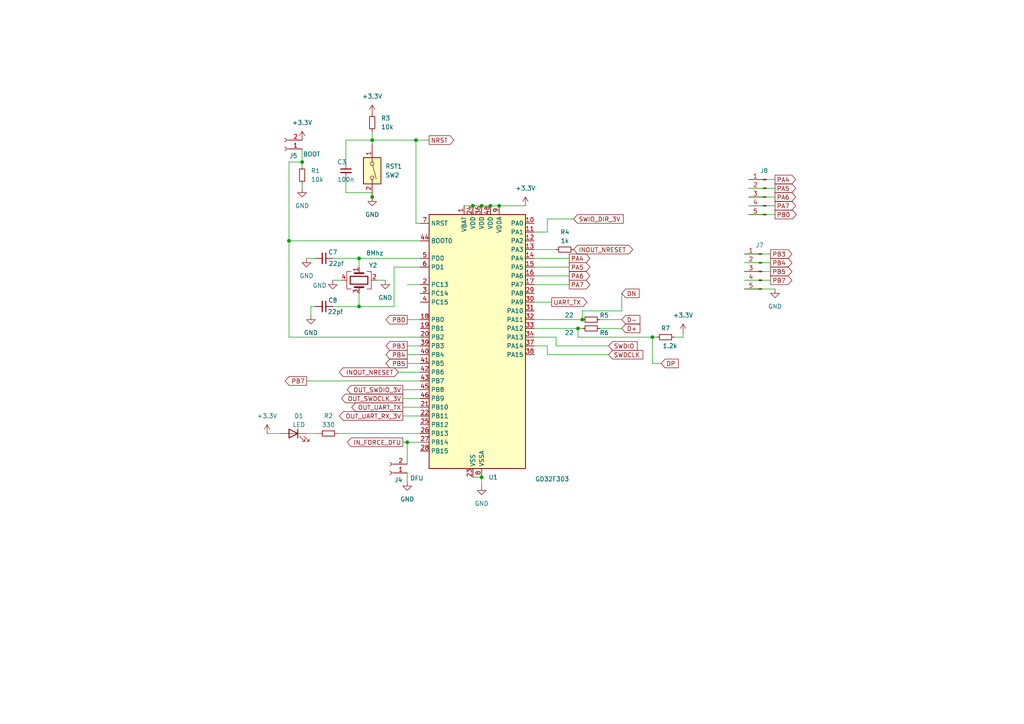
<source format=kicad_sch>
(kicad_sch (version 20231120) (generator "eeschema") (generator_version "8.0")
  (paper "A4")
  (title_block (title "GD32 5pin Level Shifter"))
  (lib_symbols
    (symbol "Connector:Conn_01x02_Socket" (pin_names (offset 1.016) hide)
      (property "Reference" "J" (at 0 2.54 0))
      (property "Value" "Conn_01x02_Socket" (at 0 -5.08 0))
      (symbol "Conn_01x02_Socket_1_1"
        (arc (start 0 -2.032) (mid -0.5058 -2.54) (end 0 -3.048) (stroke (width 0.1524)))
        (polyline (pts (xy -1.27 -2.54) (xy -0.508 -2.54)) (stroke (width 0.1524)))
        (polyline (pts (xy -1.27 0) (xy -0.508 0)) (stroke (width 0.1524)))
        (arc (start 0 0.508) (mid -0.5058 0) (end 0 -0.508) (stroke (width 0.1524)))
        (pin passive line (at -5.08 0 0) (length 3.81) (name "Pin_1") (number "1"))
        (pin passive line (at -5.08 -2.54 0) (length 3.81) (name "Pin_2") (number "2"))
      )
    )
    (symbol "Connector:Conn_01x05_Pin" (pin_names (offset 1.016) hide)
      (property "Reference" "J" (at 0 7.62 0))
      (property "Value" "Conn_01x05_Pin" (at 0 -7.62 0))
      (symbol "Conn_01x05_Pin_1_1"
        (polyline (pts (xy 1.27 -5.08) (xy 0.8636 -5.08)) (stroke (width 0.1524)))
        (polyline (pts (xy 1.27 -2.54) (xy 0.8636 -2.54)) (stroke (width 0.1524)))
        (polyline (pts (xy 1.27 0) (xy 0.8636 0)) (stroke (width 0.1524)))
        (polyline (pts (xy 1.27 2.54) (xy 0.8636 2.54)) (stroke (width 0.1524)))
        (polyline (pts (xy 1.27 5.08) (xy 0.8636 5.08)) (stroke (width 0.1524)))
        (rectangle (start 0.8636 -4.953) (end 0 -5.207) (stroke (width 0.1524)) (fill (type outline)))
        (rectangle (start 0.8636 -2.413) (end 0 -2.667) (stroke (width 0.1524)) (fill (type outline)))
        (rectangle (start 0.8636 0.127) (end 0 -0.127) (stroke (width 0.1524)) (fill (type outline)))
        (rectangle (start 0.8636 2.667) (end 0 2.413) (stroke (width 0.1524)) (fill (type outline)))
        (rectangle (start 0.8636 5.207) (end 0 4.953) (stroke (width 0.1524)) (fill (type outline)))
        (pin passive line (at 5.08 5.08 180) (length 3.81) (name "Pin_1") (number "1"))
        (pin passive line (at 5.08 2.54 180) (length 3.81) (name "Pin_2") (number "2"))
        (pin passive line (at 5.08 0 180) (length 3.81) (name "Pin_3") (number "3"))
        (pin passive line (at 5.08 -2.54 180) (length 3.81) (name "Pin_4") (number "4"))
        (pin passive line (at 5.08 -5.08 180) (length 3.81) (name "Pin_5") (number "5"))
      )
    )
    (symbol "Device:C_Small" (pin_numbers hide) (pin_names (offset 0.254) hide)
      (property "Reference" "C" (at 0.254 1.778 0))
      (property "Value" "C_Small" (at 0.254 -2.032 0))
      (symbol "C_Small_0_1"
        (polyline (pts (xy -1.524 -0.508) (xy 1.524 -0.508)) (stroke (width 0.3302)))
        (polyline (pts (xy -1.524 0.508) (xy 1.524 0.508)) (stroke (width 0.3048)))
      )
      (symbol "C_Small_1_1"
        (pin passive line (at 0 2.54 270) (length 2.032) (name "~") (number "1"))
        (pin passive line (at 0 -2.54 90) (length 2.032) (name "~") (number "2"))
      )
    )
    (symbol "Device:Crystal_GND24" (pin_names (offset 1.016) hide)
      (property "Reference" "Y" (at 3.175 5.08 0))
      (property "Value" "Crystal_GND24" (at 3.175 3.175 0))
      (symbol "Crystal_GND24_0_1"
        (rectangle (start -1.143 2.54) (end 1.143 -2.54) (stroke (width 0.3048)))
        (polyline (pts (xy -2.54 0) (xy -2.032 0)))
        (polyline (pts (xy -2.032 -1.27) (xy -2.032 1.27)) (stroke (width 0.508)))
        (polyline (pts (xy 0 -3.81) (xy 0 -3.556)))
        (polyline (pts (xy 0 3.556) (xy 0 3.81)))
        (polyline (pts (xy 2.032 -1.27) (xy 2.032 1.27)) (stroke (width 0.508)))
        (polyline (pts (xy 2.032 0) (xy 2.54 0)))
        (polyline (pts (xy -2.54 -2.286) (xy -2.54 -3.556) (xy 2.54 -3.556) (xy 2.54 -2.286)))
        (polyline (pts (xy -2.54 2.286) (xy -2.54 3.556) (xy 2.54 3.556) (xy 2.54 2.286)))
      )
      (symbol "Crystal_GND24_1_1"
        (pin passive line (at -3.81 0 0) (length 1.27) (name "1") (number "1"))
        (pin passive line (at 0 5.08 270) (length 1.27) (name "2") (number "2"))
        (pin passive line (at 3.81 0 180) (length 1.27) (name "3") (number "3"))
        (pin passive line (at 0 -5.08 90) (length 1.27) (name "4") (number "4"))
      )
    )
    (symbol "Device:LED" (pin_numbers hide) (pin_names (offset 1.016) hide)
      (property "Reference" "D" (at 0 2.54 0))
      (property "Value" "LED" (at 0 -2.54 0))
      (symbol "LED_0_1"
        (polyline (pts (xy -1.27 -1.27) (xy -1.27 1.27)) (stroke (width 0.254)))
        (polyline (pts (xy -1.27 0) (xy 1.27 0)))
        (polyline (pts (xy 1.27 -1.27) (xy 1.27 1.27) (xy -1.27 0) (xy 1.27 -1.27)) (stroke (width 0.254)))
        (polyline (pts (xy -3.048 -0.762) (xy -4.572 -2.286) (xy -3.81 -2.286) (xy -4.572 -2.286) (xy -4.572 -1.524)))
        (polyline (pts (xy -1.778 -0.762) (xy -3.302 -2.286) (xy -2.54 -2.286) (xy -3.302 -2.286) (xy -3.302 -1.524)))
      )
      (symbol "LED_1_1"
        (pin passive line (at -3.81 0 0) (length 2.54) (name "K") (number "1"))
        (pin passive line (at 3.81 0 180) (length 2.54) (name "A") (number "2"))
      )
    )
    (symbol "Device:R_Small" (pin_numbers hide) (pin_names (offset 0.254) hide)
      (property "Reference" "R" (at 0.762 0.508 0))
      (property "Value" "R_Small" (at 0.762 -1.016 0))
      (symbol "R_Small_0_1"
        (rectangle (start -0.762 1.778) (end 0.762 -1.778) (stroke (width 0.2032)))
      )
      (symbol "R_Small_1_1"
        (pin passive line (at 0 2.54 270) (length 0.762) (name "~") (number "1"))
        (pin passive line (at 0 -2.54 90) (length 0.762) (name "~") (number "2"))
      )
    )
    (symbol "MCU_ST_STM32F1:STM32F103CBTx"
      (property "Reference" "U" (at -12.7 39.37 0))
      (property "Value" "STM32F103CBTx" (at 10.16 39.37 0))
      (symbol "STM32F103CBTx_0_1"
        (rectangle (start -12.7 -35.56) (end 15.24 38.1) (stroke (width 0.254)) (fill (type background)))
      )
      (symbol "STM32F103CBTx_1_1"
        (pin power_in line (at -2.54 40.64 270) (length 2.54) (name "VBAT") (number "1"))
        (pin bidirectional line (at 17.78 35.56 180) (length 2.54) (name "PA0") (number "10"))
        (pin bidirectional line (at 17.78 33.02 180) (length 2.54) (name "PA1") (number "11"))
        (pin bidirectional line (at 17.78 30.48 180) (length 2.54) (name "PA2") (number "12"))
        (pin bidirectional line (at 17.78 27.94 180) (length 2.54) (name "PA3") (number "13"))
        (pin bidirectional line (at 17.78 25.4 180) (length 2.54) (name "PA4") (number "14"))
        (pin bidirectional line (at 17.78 22.86 180) (length 2.54) (name "PA5") (number "15"))
        (pin bidirectional line (at 17.78 20.32 180) (length 2.54) (name "PA6") (number "16"))
        (pin bidirectional line (at 17.78 17.78 180) (length 2.54) (name "PA7") (number "17"))
        (pin bidirectional line (at -15.24 7.62 0) (length 2.54) (name "PB0") (number "18"))
        (pin bidirectional line (at -15.24 5.08 0) (length 2.54) (name "PB1") (number "19"))
        (pin bidirectional line (at -15.24 17.78 0) (length 2.54) (name "PC13") (number "2"))
        (pin bidirectional line (at -15.24 2.54 0) (length 2.54) (name "PB2") (number "20"))
        (pin bidirectional line (at -15.24 -17.78 0) (length 2.54) (name "PB10") (number "21"))
        (pin bidirectional line (at -15.24 -20.32 0) (length 2.54) (name "PB11") (number "22"))
        (pin power_in line (at 0 -38.1 90) (length 2.54) (name "VSS") (number "23"))
        (pin power_in line (at 0 40.64 270) (length 2.54) (name "VDD") (number "24"))
        (pin bidirectional line (at -15.24 -22.86 0) (length 2.54) (name "PB12") (number "25"))
        (pin bidirectional line (at -15.24 -25.4 0) (length 2.54) (name "PB13") (number "26"))
        (pin bidirectional line (at -15.24 -27.94 0) (length 2.54) (name "PB14") (number "27"))
        (pin bidirectional line (at -15.24 -30.48 0) (length 2.54) (name "PB15") (number "28"))
        (pin bidirectional line (at 17.78 15.24 180) (length 2.54) (name "PA8") (number "29"))
        (pin bidirectional line (at -15.24 15.24 0) (length 2.54) (name "PC14") (number "3"))
        (pin bidirectional line (at 17.78 12.7 180) (length 2.54) (name "PA9") (number "30"))
        (pin bidirectional line (at 17.78 10.16 180) (length 2.54) (name "PA10") (number "31"))
        (pin bidirectional line (at 17.78 7.62 180) (length 2.54) (name "PA11") (number "32"))
        (pin bidirectional line (at 17.78 5.08 180) (length 2.54) (name "PA12") (number "33"))
        (pin bidirectional line (at 17.78 2.54 180) (length 2.54) (name "PA13") (number "34"))
        (pin passive line (at 0 -38.1 90) (length 2.54) hide (name "VSS") (number "35"))
        (pin power_in line (at 2.54 40.64 270) (length 2.54) (name "VDD") (number "36"))
        (pin bidirectional line (at 17.78 0 180) (length 2.54) (name "PA14") (number "37"))
        (pin bidirectional line (at 17.78 -2.54 180) (length 2.54) (name "PA15") (number "38"))
        (pin bidirectional line (at -15.24 0 0) (length 2.54) (name "PB3") (number "39"))
        (pin bidirectional line (at -15.24 12.7 0) (length 2.54) (name "PC15") (number "4"))
        (pin bidirectional line (at -15.24 -2.54 0) (length 2.54) (name "PB4") (number "40"))
        (pin bidirectional line (at -15.24 -5.08 0) (length 2.54) (name "PB5") (number "41"))
        (pin bidirectional line (at -15.24 -7.62 0) (length 2.54) (name "PB6") (number "42"))
        (pin bidirectional line (at -15.24 -10.16 0) (length 2.54) (name "PB7") (number "43"))
        (pin input line (at -15.24 30.48 0) (length 2.54) (name "BOOT0") (number "44"))
        (pin bidirectional line (at -15.24 -12.7 0) (length 2.54) (name "PB8") (number "45"))
        (pin bidirectional line (at -15.24 -15.24 0) (length 2.54) (name "PB9") (number "46"))
        (pin passive line (at 0 -38.1 90) (length 2.54) hide (name "VSS") (number "47"))
        (pin power_in line (at 5.08 40.64 270) (length 2.54) (name "VDD") (number "48"))
        (pin bidirectional line (at -15.24 25.4 0) (length 2.54) (name "PD0") (number "5"))
        (pin bidirectional line (at -15.24 22.86 0) (length 2.54) (name "PD1") (number "6"))
        (pin input line (at -15.24 35.56 0) (length 2.54) (name "NRST") (number "7"))
        (pin power_in line (at 2.54 -38.1 90) (length 2.54) (name "VSSA") (number "8"))
        (pin power_in line (at 7.62 40.64 270) (length 2.54) (name "VDDA") (number "9"))
      )
    )
    (symbol "Switch:SW_DIP_x01" (pin_names (offset 0) hide)
      (property "Reference" "SW" (at 0 3.81 0))
      (property "Value" "SW_DIP_x01" (at 0 -3.81 0))
      (symbol "SW_DIP_x01_0_0"
        (circle (center -2.032 0) (radius 0.508))
        (polyline (pts (xy -1.524 0.127) (xy 2.3622 1.1684)))
        (circle (center 2.032 0) (radius 0.508))
      )
      (symbol "SW_DIP_x01_0_1"
        (rectangle (start -3.81 2.54) (end 3.81 -2.54) (stroke (width 0.254)) (fill (type background)))
      )
      (symbol "SW_DIP_x01_1_1"
        (pin passive line (at -7.62 0 0) (length 5.08) (name "~") (number "1"))
        (pin passive line (at 7.62 0 180) (length 5.08) (name "~") (number "2"))
      )
    )
    (symbol "power:+3.3V" (power) (pin_names (offset 0))
      (property "Value" "+3.3V" (at 0 3.556 0))
      (symbol "+3.3V_0_1"
        (polyline (pts (xy -0.762 1.27) (xy 0 2.54)))
        (polyline (pts (xy 0 0) (xy 0 2.54)))
        (polyline (pts (xy 0 2.54) (xy 0.762 1.27)))
      )
      (symbol "+3.3V_1_1"
        (pin power_in line (at 0 0 90) (length 0) hide (name "+3.3V") (number "1"))
      )
    )
    (symbol "power:GND" (power) (pin_names (offset 0))
      (property "Value" "GND" (at 0 -3.81 0))
      (symbol "GND_0_1"
        (polyline (pts (xy 0 0) (xy 0 -1.27) (xy 1.27 -1.27) (xy 0 -2.54) (xy -1.27 -1.27) (xy 0 -1.27)))
      )
      (symbol "GND_1_1"
        (pin power_in line (at 0 0 270) (length 0) hide (name "GND") (number "1"))
      )
    )
  )
  (junction (at 142.24 59.69))
  (junction (at 107.95 40.64))
  (junction (at 107.95 57.15))
  (junction (at 167.64 95.25))
  (junction (at 168.91 92.71))
  (junction (at 118.11 128.27))
  (junction (at 120.65 40.64))
  (junction (at 189.23 97.79))
  (junction (at 87.63 46.99))
  (junction (at 104.14 88.9))
  (junction (at 144.78 59.69))
  (junction (at 139.7 59.69))
  (junction (at 137.16 59.69))
  (junction (at 104.14 74.93))
  (junction (at 83.82 69.85))
  (junction (at 139.7 138.43))
  (wire (pts (xy 107.95 55.88) (xy 107.95 57.15)))
  (wire (pts (xy 144.78 59.69) (xy 152.4 59.69)))
  (wire (pts (xy 88.9 74.93) (xy 91.44 74.93)))
  (wire (pts (xy 154.94 77.47) (xy 165.1 77.47)))
  (wire (pts (xy 104.14 85.09) (xy 104.14 88.9)))
  (wire (pts (xy 215.9 73.66) (xy 223.52 73.66)))
  (wire (pts (xy 139.7 59.69) (xy 142.24 59.69)))
  (wire (pts (xy 100.33 55.88) (xy 107.95 55.88)))
  (wire (pts (xy 167.64 95.25) (xy 168.91 95.25)))
  (wire (pts (xy 154.94 74.93) (xy 165.1 74.93)))
  (wire (pts (xy 116.84 120.65) (xy 121.92 120.65)))
  (wire (pts (xy 83.82 46.99) (xy 83.82 69.85)))
  (wire (pts (xy 217.17 59.69) (xy 224.79 59.69)))
  (wire (pts (xy 154.94 100.33) (xy 158.75 100.33)))
  (wire (pts (xy 109.22 81.28) (xy 111.76 81.28)))
  (wire (pts (xy 118.11 105.41) (xy 121.92 105.41)))
  (wire (pts (xy 116.84 128.27) (xy 118.11 128.27)))
  (wire (pts (xy 114.3 88.9) (xy 114.3 77.47)))
  (wire (pts (xy 161.29 97.79) (xy 161.29 100.33)))
  (wire (pts (xy 137.16 59.69) (xy 139.7 59.69)))
  (wire (pts (xy 96.52 74.93) (xy 104.14 74.93)))
  (wire (pts (xy 180.34 90.17) (xy 180.34 85.09)))
  (wire (pts (xy 215.9 83.82) (xy 224.79 83.82)))
  (wire (pts (xy 217.17 62.23) (xy 224.79 62.23)))
  (wire (pts (xy 173.99 92.71) (xy 180.34 92.71)))
  (wire (pts (xy 88.9 110.49) (xy 121.92 110.49)))
  (wire (pts (xy 100.33 46.99) (xy 100.33 40.64)))
  (wire (pts (xy 154.94 87.63) (xy 160.02 87.63)))
  (wire (pts (xy 154.94 72.39) (xy 161.29 72.39)))
  (wire (pts (xy 118.11 100.33) (xy 121.92 100.33)))
  (wire (pts (xy 154.94 67.31) (xy 158.75 67.31)))
  (wire (pts (xy 189.23 105.41) (xy 191.77 105.41)))
  (wire (pts (xy 107.95 40.64) (xy 107.95 41.91)))
  (wire (pts (xy 154.94 82.55) (xy 165.1 82.55)))
  (wire (pts (xy 121.92 82.55) (xy 118.11 82.55)))
  (wire (pts (xy 83.82 69.85) (xy 83.82 97.79)))
  (wire (pts (xy 195.58 97.79) (xy 198.12 97.79)))
  (wire (pts (xy 90.17 88.9) (xy 90.17 91.44)))
  (wire (pts (xy 161.29 100.33) (xy 176.53 100.33)))
  (wire (pts (xy 118.11 128.27) (xy 118.11 134.62)))
  (wire (pts (xy 107.95 40.64) (xy 120.65 40.64)))
  (wire (pts (xy 116.84 115.57) (xy 121.92 115.57)))
  (wire (pts (xy 83.82 97.79) (xy 121.92 97.79)))
  (wire (pts (xy 154.94 92.71) (xy 168.91 92.71)))
  (wire (pts (xy 168.91 92.71) (xy 168.91 90.17)))
  (wire (pts (xy 189.23 97.79) (xy 189.23 105.41)))
  (wire (pts (xy 96.52 88.9) (xy 104.14 88.9)))
  (wire (pts (xy 115.57 107.95) (xy 121.92 107.95)))
  (wire (pts (xy 168.91 90.17) (xy 180.34 90.17)))
  (wire (pts (xy 217.17 54.61) (xy 224.79 54.61)))
  (wire (pts (xy 154.94 95.25) (xy 167.64 95.25)))
  (wire (pts (xy 116.84 113.03) (xy 121.92 113.03)))
  (wire (pts (xy 198.12 96.52) (xy 198.12 97.79)))
  (wire (pts (xy 189.23 97.79) (xy 167.64 97.79)))
  (wire (pts (xy 120.65 64.77) (xy 121.92 64.77)))
  (wire (pts (xy 100.33 40.64) (xy 107.95 40.64)))
  (wire (pts (xy 158.75 63.5) (xy 166.37 63.5)))
  (wire (pts (xy 120.65 40.64) (xy 124.46 40.64)))
  (wire (pts (xy 154.94 80.01) (xy 165.1 80.01)))
  (wire (pts (xy 107.95 38.1) (xy 107.95 40.64)))
  (wire (pts (xy 104.14 74.93) (xy 121.92 74.93)))
  (wire (pts (xy 142.24 59.69) (xy 144.78 59.69)))
  (wire (pts (xy 190.5 97.79) (xy 189.23 97.79)))
  (wire (pts (xy 118.11 137.16) (xy 118.11 139.7)))
  (wire (pts (xy 158.75 67.31) (xy 158.75 63.5)))
  (wire (pts (xy 83.82 46.99) (xy 87.63 46.99)))
  (wire (pts (xy 120.65 40.64) (xy 120.65 64.77)))
  (wire (pts (xy 137.16 138.43) (xy 139.7 138.43)))
  (wire (pts (xy 118.11 128.27) (xy 121.92 128.27)))
  (wire (pts (xy 100.33 52.07) (xy 100.33 55.88)))
  (wire (pts (xy 88.9 125.73) (xy 92.71 125.73)))
  (wire (pts (xy 87.63 53.34) (xy 87.63 54.61)))
  (wire (pts (xy 215.9 81.28) (xy 223.52 81.28)))
  (wire (pts (xy 173.99 95.25) (xy 180.34 95.25)))
  (wire (pts (xy 96.52 81.28) (xy 99.06 81.28)))
  (wire (pts (xy 158.75 102.87) (xy 158.75 100.33)))
  (wire (pts (xy 90.17 88.9) (xy 91.44 88.9)))
  (wire (pts (xy 139.7 138.43) (xy 139.7 140.97)))
  (wire (pts (xy 83.82 69.85) (xy 121.92 69.85)))
  (wire (pts (xy 215.9 76.2) (xy 223.52 76.2)))
  (wire (pts (xy 217.17 57.15) (xy 224.79 57.15)))
  (wire (pts (xy 116.84 118.11) (xy 121.92 118.11)))
  (wire (pts (xy 114.3 77.47) (xy 121.92 77.47)))
  (wire (pts (xy 154.94 97.79) (xy 161.29 97.79)))
  (wire (pts (xy 215.9 78.74) (xy 223.52 78.74)))
  (wire (pts (xy 87.63 43.18) (xy 87.63 46.99)))
  (wire (pts (xy 77.47 125.73) (xy 81.28 125.73)))
  (wire (pts (xy 87.63 46.99) (xy 87.63 48.26)))
  (wire (pts (xy 104.14 88.9) (xy 114.3 88.9)))
  (wire (pts (xy 217.17 52.07) (xy 224.79 52.07)))
  (wire (pts (xy 104.14 74.93) (xy 104.14 77.47)))
  (wire (pts (xy 118.11 102.87) (xy 121.92 102.87)))
  (wire (pts (xy 118.11 92.71) (xy 121.92 92.71)))
  (wire (pts (xy 97.79 125.73) (xy 121.92 125.73)))
  (wire (pts (xy 167.64 95.25) (xy 167.64 97.79)))
  (wire (pts (xy 158.75 102.87) (xy 176.53 102.87)))
  (wire (pts (xy 134.62 59.69) (xy 137.16 59.69)))
  (global_label "PA5" (shape output) (at 165.1 77.47 0) (property "Intersheetrefs" "${INTERSHEET_REFS}" (effects (hide yes))))
  (global_label "PB3" (shape output) (at 223.52 73.66 0) (property "Intersheetrefs" "${INTERSHEET_REFS}" (effects (hide yes))))
  (global_label "PA7" (shape output) (at 165.1 82.55 0) (property "Intersheetrefs" "${INTERSHEET_REFS}" (effects (hide yes))))
  (global_label "PA5" (shape output) (at 224.79 54.61 0) (property "Intersheetrefs" "${INTERSHEET_REFS}" (effects (hide yes))))
  (global_label "D+" (shape input) (at 180.34 95.25 0) (property "Intersheetrefs" "${INTERSHEET_REFS}" (effects (hide yes))))
  (global_label "INOUT_NRESET" (shape bidirectional) (at 166.37 72.39 0) (property "Intersheetrefs" "${INTERSHEET_REFS}" (effects (hide yes))))
  (global_label "PB0" (shape output) (at 224.79 62.23 0) (property "Intersheetrefs" "${INTERSHEET_REFS}" (effects (hide yes))))
  (global_label "SWDCLK" (shape input) (at 176.53 102.87 0) (property "Intersheetrefs" "${INTERSHEET_REFS}" (effects (hide yes))))
  (global_label "PB7" (shape output) (at 223.52 81.28 0) (property "Intersheetrefs" "${INTERSHEET_REFS}" (effects (hide yes))))
  (global_label "PB3" (shape output) (at 118.11 100.33 180) (property "Intersheetrefs" "${INTERSHEET_REFS}" (effects (hide yes))))
  (global_label "DP" (shape input) (at 191.77 105.41 0) (property "Intersheetrefs" "${INTERSHEET_REFS}" (effects (hide yes))))
  (global_label "PB5" (shape output) (at 118.11 105.41 180) (property "Intersheetrefs" "${INTERSHEET_REFS}" (effects (hide yes))))
  (global_label "PB5" (shape output) (at 223.52 78.74 0) (property "Intersheetrefs" "${INTERSHEET_REFS}" (effects (hide yes))))
  (global_label "UART_TX" (shape output) (at 160.02 87.63 0) (property "Intersheetrefs" "${INTERSHEET_REFS}" (effects (hide yes))))
  (global_label "SWDIO" (shape input) (at 176.53 100.33 0) (property "Intersheetrefs" "${INTERSHEET_REFS}" (effects (hide yes))))
  (global_label "PA7" (shape output) (at 224.79 59.69 0) (property "Intersheetrefs" "${INTERSHEET_REFS}" (effects (hide yes))))
  (global_label "NRST" (shape output) (at 124.46 40.64 0) (property "Intersheetrefs" "${INTERSHEET_REFS}" (effects (hide yes))))
  (global_label "PB4" (shape output) (at 223.52 76.2 0) (property "Intersheetrefs" "${INTERSHEET_REFS}" (effects (hide yes))))
  (global_label "PA4" (shape output) (at 224.79 52.07 0) (property "Intersheetrefs" "${INTERSHEET_REFS}" (effects (hide yes))))
  (global_label "D-" (shape input) (at 180.34 92.71 0) (property "Intersheetrefs" "${INTERSHEET_REFS}" (effects (hide yes))))
  (global_label "DN" (shape input) (at 180.34 85.09 0) (property "Intersheetrefs" "${INTERSHEET_REFS}" (effects (hide yes))))
  (global_label "PB4" (shape output) (at 118.11 102.87 180) (property "Intersheetrefs" "${INTERSHEET_REFS}" (effects (hide yes))))
  (global_label "SWIO_DIR_3V" (shape input) (at 166.37 63.5 0) (property "Intersheetrefs" "${INTERSHEET_REFS}" (effects (hide yes))))
  (global_label "INOUT_NRESET" (shape bidirectional) (at 115.57 107.95 180) (property "Intersheetrefs" "${INTERSHEET_REFS}" (effects (hide yes))))
  (global_label "OUT_SWDCLK_3V" (shape output) (at 116.84 115.57 180) (property "Intersheetrefs" "${INTERSHEET_REFS}" (effects (hide yes))))
  (global_label "PA4" (shape output) (at 165.1 74.93 0) (property "Intersheetrefs" "${INTERSHEET_REFS}" (effects (hide yes))))
  (global_label "PB0" (shape output) (at 118.11 92.71 180) (property "Intersheetrefs" "${INTERSHEET_REFS}" (effects (hide yes))))
  (global_label "OUT_UART_TX" (shape output) (at 116.84 118.11 180) (property "Intersheetrefs" "${INTERSHEET_REFS}" (effects (hide yes))))
  (global_label "PA6" (shape output) (at 165.1 80.01 0) (property "Intersheetrefs" "${INTERSHEET_REFS}" (effects (hide yes))))
  (global_label "OUT_SWDIO_3V" (shape output) (at 116.84 113.03 180) (property "Intersheetrefs" "${INTERSHEET_REFS}" (effects (hide yes))))
  (global_label "OUT_UART_RX_3V" (shape output) (at 116.84 120.65 180) (property "Intersheetrefs" "${INTERSHEET_REFS}" (effects (hide yes))))
  (global_label "PB7" (shape output) (at 88.9 110.49 180) (property "Intersheetrefs" "${INTERSHEET_REFS}" (effects (hide yes))))
  (global_label "PA6" (shape output) (at 224.79 57.15 0) (property "Intersheetrefs" "${INTERSHEET_REFS}" (effects (hide yes))))
  (global_label "IN_FORCE_DFU" (shape output) (at 116.84 128.27 180) (property "Intersheetrefs" "${INTERSHEET_REFS}" (effects (hide yes))))
  (symbol (lib_id "power:+3.3V") (at 152.4 59.69 0) (unit 1)
    (property "Reference" "#PWR020" (effects (hide yes)))
    (property "Value" "+3.3V" (at 152.4 54.61 0))
  )
  (symbol (lib_id "Device:LED") (at 85.09 125.73 0) (mirror y) (unit 1)
    (property "Reference" "D1" (at 86.6775 120.65 0))
    (property "Value" "LED" (at 86.6775 123.19 0))
    (property "Footprint" "Diode_SMD:D_0805_2012Metric" (effects (hide yes)))
  )
  (symbol (lib_id "power:+3.3V") (at 198.12 96.52 0) (unit 1)
    (property "Reference" "#PWR021" (effects (hide yes)))
    (property "Value" "+3.3V" (at 198.12 91.44 0))
  )
  (symbol (lib_id "Device:Crystal_GND24") (at 104.14 81.28 270) (unit 1)
    (property "Reference" "Y2" (at 106.934 76.962 90) (effects (justify left)))
    (property "Value" "8Mhz" (at 106.172 73.406 90) (effects (justify left)))
    (property "Footprint" "Crystal:Crystal_SMD_TXC_7M-4Pin_3.2x2.5mm" (effects (hide yes)))
    (property "Datasheet" "https://www.digikey.de/de/products/detail/txc-corporation/7M-12-000MAAE-T/3674337" (effects (hide yes)))
  )
  (symbol (lib_id "power:GND") (at 139.7 140.97 0) (unit 1)
    (property "Reference" "#PWR019" (effects (hide yes)))
    (property "Value" "GND" (at 139.7 146.05 0))
  )
  (symbol (lib_id "power:GND") (at 224.79 83.82 0) (unit 1)
    (property "Reference" "#PWR031" (effects (hide yes)))
    (property "Value" "GND" (at 224.79 88.9 0))
  )
  (symbol (lib_id "power:GND") (at 88.9 74.93 0) (unit 1)
    (property "Reference" "#PWR023" (effects (hide yes)))
    (property "Value" "GND" (at 88.9 80.01 0))
  )
  (symbol (lib_id "power:GND") (at 107.95 57.15 0) (unit 1)
    (property "Reference" "#PWR017" (effects (hide yes)))
    (property "Value" "GND" (at 107.95 62.23 0))
  )
  (symbol (lib_id "Device:R_Small") (at 193.04 97.79 270) (unit 1)
    (property "Reference" "R7" (at 193.04 95.25 90))
    (property "Value" "1.2k" (at 194.31 100.33 90))
    (property "Footprint" "Resistor_SMD:R_0603_1608Metric" (effects (hide yes)))
  )
  (symbol (lib_id "Connector:Conn_01x05_Pin") (at 220.98 78.74 0) (mirror y) (unit 1)
    (property "Reference" "J7" (at 220.345 71.12 0))
    (property "Value" "Conn_01x05_Pin" (effects (hide yes)))
    (property "Footprint" "Connector_PinSocket_1.27mm:PinSocket_1x05_P1.27mm_Vertical" (effects (hide yes)))
    (property "Description" "Generic connector, single row, 01x05, script generated" (effects (hide yes)))
  )
  (symbol (lib_id "power:GND") (at 118.11 139.7 0) (unit 1)
    (property "Reference" "#PWR018" (effects (hide yes)))
    (property "Value" "GND" (at 118.11 144.78 0))
  )
  (symbol (lib_id "power:GND") (at 96.52 81.28 0) (unit 1)
    (property "Reference" "#PWR029" (effects (hide yes)))
    (property "Value" "GND" (at 92.71 82.804 0))
  )
  (symbol (lib_id "Connector:Conn_01x05_Pin") (at 222.25 57.15 0) (mirror y) (unit 1)
    (property "Reference" "J8" (at 221.615 49.53 0))
    (property "Footprint" "Connector_PinSocket_1.27mm:PinSocket_1x05_P1.27mm_Vertical" (effects (hide yes)))
    (property "Description" "Generic connector, single row, 01x05, script generated" (effects (hide yes)))
  )
  (symbol (lib_id "Device:C_Small") (at 100.33 49.53 0) (unit 1)
    (property "Reference" "C3" (at 97.79 46.99 0) (effects (justify left)))
    (property "Value" "100n" (at 97.79 52.07 0) (effects (justify left)))
    (property "Footprint" "Resistor_SMD:R_0603_1608Metric" (effects (hide yes)))
  )
  (symbol (lib_id "Device:R_Small") (at 87.63 50.8 0) (unit 1)
    (property "Reference" "R1" (at 90.17 49.5299 0) (effects (justify left)))
    (property "Value" "10k" (at 90.17 52.0699 0) (effects (justify left)))
    (property "Footprint" "Resistor_SMD:R_0603_1608Metric" (effects (hide yes)))
  )
  (symbol (lib_id "Device:C_Small") (at 93.98 74.93 270) (unit 1)
    (property "Reference" "C7" (at 96.52 73.152 90))
    (property "Value" "22pf" (at 97.536 76.454 90))
    (property "Footprint" "Resistor_SMD:R_0603_1608Metric" (effects (hide yes)))
  )
  (symbol (lib_id "Device:R_Small") (at 95.25 125.73 270) (unit 1)
    (property "Reference" "R2" (at 95.25 120.65 90))
    (property "Value" "330" (at 95.25 123.19 90))
    (property "Footprint" "Resistor_SMD:R_0603_1608Metric" (effects (hide yes)))
  )
  (symbol (lib_id "power:GND") (at 90.17 91.44 0) (unit 1)
    (property "Reference" "#PWR028" (effects (hide yes)))
    (property "Value" "GND" (at 90.17 96.52 0))
  )
  (symbol (lib_id "power:+3.3V") (at 77.47 125.73 0) (unit 1)
    (property "Reference" "#PWR015" (effects (hide yes)))
    (property "Value" "+3.3V" (at 77.47 120.65 0))
  )
  (symbol (lib_id "Device:R_Small") (at 171.45 95.25 270) (unit 1)
    (property "Reference" "R6" (at 175.26 96.52 90))
    (property "Value" "22" (at 165.1 96.52 90))
    (property "Footprint" "Resistor_SMD:R_0603_1608Metric" (effects (hide yes)))
  )
  (symbol (lib_id "power:GND") (at 111.76 81.28 0) (unit 1)
    (property "Reference" "#PWR030" (effects (hide yes)))
    (property "Value" "GND" (at 111.76 86.36 0))
  )
  (symbol (lib_id "power:+3.3V") (at 87.63 40.64 0) (unit 1)
    (property "Reference" "#PWR01" (effects (hide yes)))
    (property "Value" "+3.3V" (at 87.63 35.56 0))
  )
  (symbol (lib_id "power:GND") (at 87.63 54.61 0) (unit 1)
    (property "Reference" "#PWR02" (effects (hide yes)))
    (property "Value" "GND" (at 87.63 59.69 0))
  )
  (symbol (lib_id "Device:R_Small") (at 107.95 35.56 0) (unit 1)
    (property "Reference" "R3" (at 110.49 34.29 0) (effects (justify left)))
    (property "Value" "10k" (at 110.49 36.83 0) (effects (justify left)))
    (property "Footprint" "Resistor_SMD:R_0603_1608Metric" (effects (hide yes)))
  )
  (symbol (lib_id "Device:R_Small") (at 163.83 72.39 270) (unit 1)
    (property "Reference" "R4" (at 163.83 67.31 90))
    (property "Value" "1k" (at 163.83 69.85 90))
    (property "Footprint" "Resistor_SMD:R_0603_1608Metric" (effects (hide yes)))
  )
  (symbol (lib_id "Device:C_Small") (at 93.98 88.9 270) (unit 1)
    (property "Reference" "C8" (at 96.52 87.122 90))
    (property "Value" "22pf" (at 97.282 90.424 90))
    (property "Footprint" "Resistor_SMD:R_0603_1608Metric" (effects (hide yes)))
  )
  (symbol (lib_id "Switch:SW_DIP_x01") (at 107.95 49.53 270) (unit 1)
    (property "Reference" "RST1" (at 111.76 48.26 90) (effects (justify left)))
    (property "Value" "SW2" (at 111.76 50.8 90) (effects (justify left)))
    (property "Footprint" "Button_Switch_SMD:SW_SPST_CK_RS282G05A3" (effects (hide yes)))
  )
  (symbol (lib_id "power:+3.3V") (at 107.95 33.02 0) (unit 1)
    (property "Reference" "#PWR016" (effects (hide yes)))
    (property "Value" "+3.3V" (at 107.95 27.94 0))
  )
  (symbol (lib_id "MCU_ST_STM32F1:STM32F103CBTx") (at 137.16 100.33 0) (unit 1)
    (property "Reference" "U1" (at 141.6559 138.43 0) (effects (justify left)))
    (property "Value" "GD32F303" (at 155.194 138.938 0) (effects (justify left)))
    (property "Footprint" "Package_QFP:LQFP-48_7x7mm_P0.5mm" (effects (hide yes)))
    (property "Datasheet" "https://www.st.com/resource/en/datasheet/stm32f103cb.pdf" (effects (hide yes)))
  )
  (symbol (lib_id "Connector:Conn_01x02_Socket") (at 82.55 43.18 180) (unit 1)
    (property "Reference" "J5" (at 85.09 45.212 0))
    (property "Value" "BOOT" (at 90.424 44.704 0))
    (property "Footprint" "Connector_PinHeader_1.27mm:PinHeader_1x02_P1.27mm_Vertical" (effects (hide yes)))
    (property "Description" "Generic connector, single row, 01x02, script generated" (effects (hide yes)))
  )
  (symbol (lib_id "Device:R_Small") (at 171.45 92.71 270) (unit 1)
    (property "Reference" "R5" (at 175.26 91.44 90))
    (property "Value" "22" (at 165.1 91.44 90))
    (property "Footprint" "Resistor_SMD:R_0603_1608Metric" (effects (hide yes)))
  )
  (symbol (lib_id "Connector:Conn_01x02_Socket") (at 113.03 137.16 180) (unit 1)
    (property "Reference" "J4" (at 115.57 139.192 0))
    (property "Value" "DFU" (at 120.904 138.684 0))
    (property "Footprint" "Connector_PinHeader_1.27mm:PinHeader_1x02_P1.27mm_Vertical" (effects (hide yes)))
    (property "Description" "Generic connector, single row, 01x02, script generated" (effects (hide yes)))
  )
)
</source>
